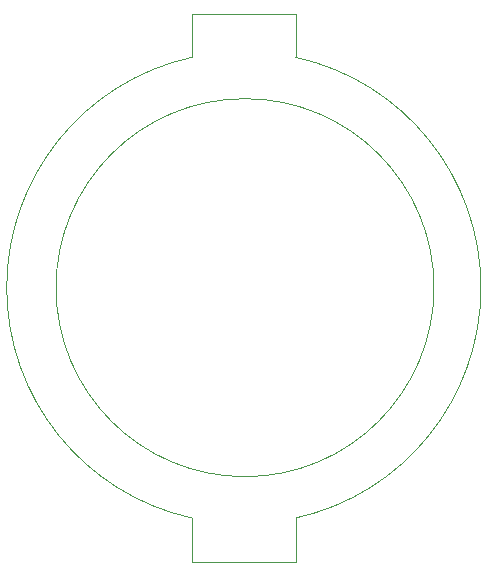
<source format=gm1>
%TF.GenerationSoftware,KiCad,Pcbnew,7.0.2-6a45011f42~172~ubuntu22.04.1*%
%TF.CreationDate,2023-05-13T10:52:22-06:00*%
%TF.ProjectId,ring-40mm,72696e67-2d34-4306-9d6d-2e6b69636164,rev?*%
%TF.SameCoordinates,Original*%
%TF.FileFunction,Profile,NP*%
%FSLAX46Y46*%
G04 Gerber Fmt 4.6, Leading zero omitted, Abs format (unit mm)*
G04 Created by KiCad (PCBNEW 7.0.2-6a45011f42~172~ubuntu22.04.1) date 2023-05-13 10:52:22*
%MOMM*%
%LPD*%
G01*
G04 APERTURE LIST*
%TA.AperFunction,Profile*%
%ADD10C,0.100000*%
%TD*%
G04 APERTURE END LIST*
D10*
X95500000Y-80500001D02*
G75*
G03*
X95500000Y-119499999I4289030J-19499999D01*
G01*
X104300000Y-123200000D02*
X95500000Y-123200000D01*
X104300000Y-119500000D02*
X104300000Y-123200000D01*
X104300000Y-76800000D02*
X95500000Y-76800000D01*
X104300000Y-119499999D02*
G75*
G03*
X104300000Y-80500001I-4289030J19499999D01*
G01*
X95500000Y-76800000D02*
X95500000Y-80500000D01*
X104300000Y-80500000D02*
X104300000Y-76800000D01*
X95500000Y-123200000D02*
X95500000Y-119500000D01*
X116000000Y-100000000D02*
G75*
G03*
X116000000Y-100000000I-16000000J0D01*
G01*
M02*

</source>
